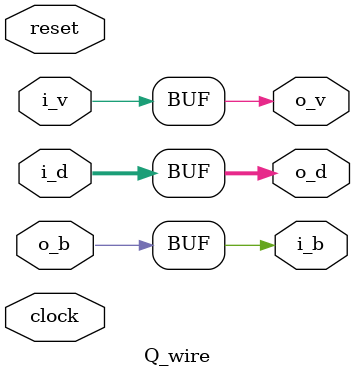
<source format=v>


`ifdef  Q_wire
`else
`define Q_wire


module Q_wire (clock, reset, i_d, i_v, i_b, o_d, o_v, o_b);

   parameter depth =  0;    // - greatest #items in queue  (unused)
   parameter width = 16;    // - width of data (i_d, o_d)

   input     clock;
   input     reset;
   
   input  [width-1:0] i_d;	// - input  stream data (concat data + eos)
   input              i_v;	// - input  stream valid
   output             i_b;	// - input  stream back-pressure

   output [width-1:0] o_d;	// - output stream data (concat data + eos)
   output             o_v;	// - output stream valid
   input              o_b;	// - output stream back-pressure

   assign 	      o_d = i_d;
   assign 	      o_v = i_v;
   assign 	      i_b = o_b;
   
endmodule // Q_wire


`endif	// `ifdef  Q_wire

</source>
